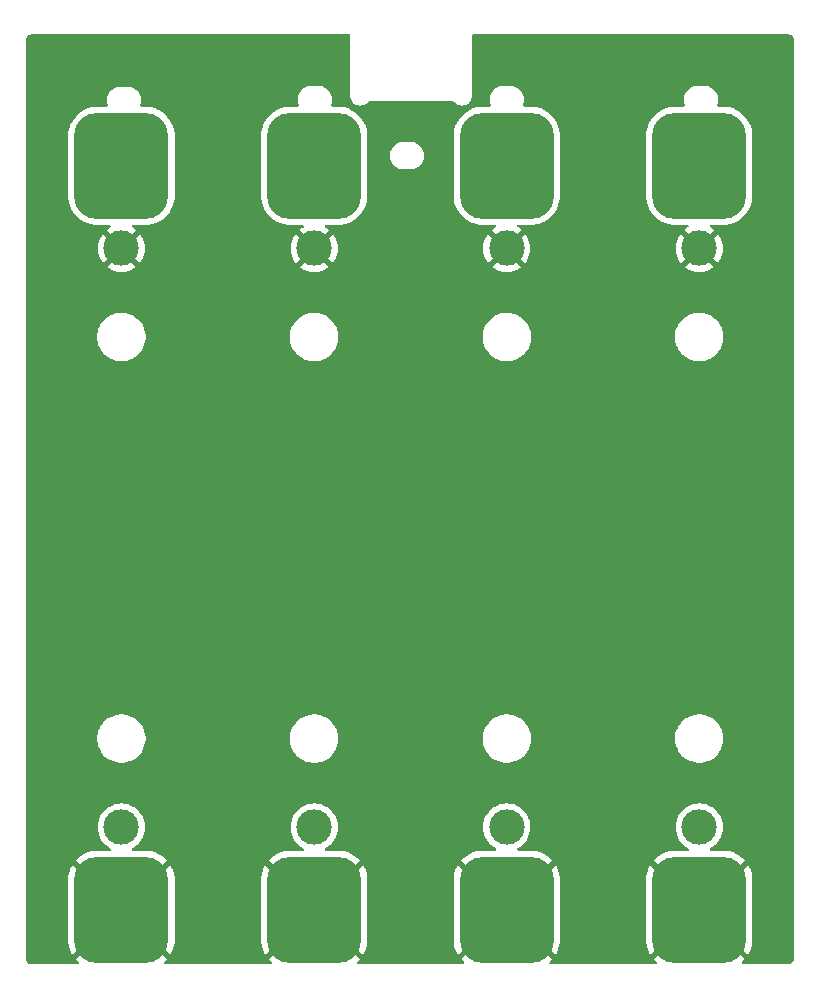
<source format=gbr>
%TF.GenerationSoftware,KiCad,Pcbnew,8.0.6-8.0.6-0~ubuntu24.04.1*%
%TF.CreationDate,2024-11-07T20:30:54+01:00*%
%TF.ProjectId,NIMH-battery-charger,4e494d48-2d62-4617-9474-6572792d6368,rev?*%
%TF.SameCoordinates,Original*%
%TF.FileFunction,Copper,L1,Top*%
%TF.FilePolarity,Positive*%
%FSLAX46Y46*%
G04 Gerber Fmt 4.6, Leading zero omitted, Abs format (unit mm)*
G04 Created by KiCad (PCBNEW 8.0.6-8.0.6-0~ubuntu24.04.1) date 2024-11-07 20:30:54*
%MOMM*%
%LPD*%
G01*
G04 APERTURE LIST*
G04 Aperture macros list*
%AMRoundRect*
0 Rectangle with rounded corners*
0 $1 Rounding radius*
0 $2 $3 $4 $5 $6 $7 $8 $9 X,Y pos of 4 corners*
0 Add a 4 corners polygon primitive as box body*
4,1,4,$2,$3,$4,$5,$6,$7,$8,$9,$2,$3,0*
0 Add four circle primitives for the rounded corners*
1,1,$1+$1,$2,$3*
1,1,$1+$1,$4,$5*
1,1,$1+$1,$6,$7*
1,1,$1+$1,$8,$9*
0 Add four rect primitives between the rounded corners*
20,1,$1+$1,$2,$3,$4,$5,0*
20,1,$1+$1,$4,$5,$6,$7,0*
20,1,$1+$1,$6,$7,$8,$9,0*
20,1,$1+$1,$8,$9,$2,$3,0*%
G04 Aperture macros list end*
%TA.AperFunction,SMDPad,CuDef*%
%ADD10RoundRect,2.000000X-2.000000X-2.500000X2.000000X-2.500000X2.000000X2.500000X-2.000000X2.500000X0*%
%TD*%
%TA.AperFunction,ComponentPad*%
%ADD11C,3.000000*%
%TD*%
%TA.AperFunction,ComponentPad*%
%ADD12O,1.100000X2.100000*%
%TD*%
%TA.AperFunction,ComponentPad*%
%ADD13O,1.100000X1.700000*%
%TD*%
G04 APERTURE END LIST*
D10*
%TO.P,BT2,1,+*%
%TO.N,/ADC2*%
X129400000Y-55700000D03*
D11*
X129400000Y-111700000D03*
%TO.P,BT2,2,-*%
%TO.N,GND*%
X129400000Y-62700000D03*
D10*
X129400000Y-118700000D03*
%TD*%
%TO.P,BT4,1,+*%
%TO.N,/ADC4*%
X162000000Y-55695000D03*
D11*
X162000000Y-111695000D03*
%TO.P,BT4,2,-*%
%TO.N,GND*%
X162000000Y-62695000D03*
D10*
X162000000Y-118695000D03*
%TD*%
%TO.P,BT3,1,+*%
%TO.N,/ADC3*%
X145700000Y-55695000D03*
D11*
X145700000Y-111695000D03*
%TO.P,BT3,2,-*%
%TO.N,GND*%
X145700000Y-62695000D03*
D10*
X145700000Y-118695000D03*
%TD*%
%TO.P,BT1,1,+*%
%TO.N,/ADC1*%
X113075000Y-55695000D03*
D11*
X113075000Y-111695000D03*
%TO.P,BT1,2,-*%
%TO.N,GND*%
X113075000Y-62695000D03*
D10*
X113075000Y-118695000D03*
%TD*%
D12*
%TO.P,J7,S1,SHIELD*%
%TO.N,GND*%
X131950000Y-45620000D03*
D13*
X131950000Y-49620000D03*
D12*
X143230000Y-45610000D03*
D13*
X143230000Y-49620000D03*
%TD*%
%TA.AperFunction,Conductor*%
%TO.N,GND*%
G36*
X132392501Y-44560387D02*
G01*
X132438276Y-44613174D01*
X132449500Y-44664727D01*
X132449500Y-49694108D01*
X132449500Y-49760000D01*
X132449500Y-49849391D01*
X132486671Y-50024267D01*
X132559388Y-50187593D01*
X132664474Y-50332230D01*
X132664475Y-50332231D01*
X132664476Y-50332232D01*
X132664478Y-50332235D01*
X132705765Y-50369409D01*
X132797335Y-50451859D01*
X132952165Y-50541250D01*
X132952167Y-50541250D01*
X132952170Y-50541252D01*
X133037181Y-50568873D01*
X133122197Y-50596497D01*
X133300000Y-50615185D01*
X133477803Y-50596497D01*
X133647835Y-50541250D01*
X133802665Y-50451859D01*
X133935526Y-50332230D01*
X133950504Y-50311613D01*
X134005834Y-50268949D01*
X134050822Y-50260500D01*
X141149178Y-50260500D01*
X141216217Y-50280185D01*
X141249496Y-50311614D01*
X141264475Y-50332231D01*
X141277707Y-50344145D01*
X141397335Y-50451859D01*
X141552165Y-50541250D01*
X141552167Y-50541250D01*
X141552170Y-50541252D01*
X141637181Y-50568873D01*
X141722197Y-50596497D01*
X141900000Y-50615185D01*
X142077803Y-50596497D01*
X142247835Y-50541250D01*
X142402665Y-50451859D01*
X142506741Y-50358148D01*
X142535521Y-50332235D01*
X142535521Y-50332233D01*
X142535526Y-50332230D01*
X142640612Y-50187593D01*
X142713329Y-50024267D01*
X142750500Y-49849391D01*
X142750500Y-49760000D01*
X142750500Y-49694108D01*
X142750500Y-44664727D01*
X142770185Y-44597689D01*
X142822989Y-44551934D01*
X142874543Y-44540728D01*
X169425634Y-44550471D01*
X169426040Y-44550500D01*
X169434108Y-44550500D01*
X169493038Y-44550500D01*
X169506922Y-44551280D01*
X169517141Y-44552431D01*
X169597266Y-44561459D01*
X169624331Y-44567636D01*
X169703540Y-44595352D01*
X169728553Y-44607398D01*
X169799606Y-44652043D01*
X169821313Y-44669355D01*
X169880644Y-44728686D01*
X169897957Y-44750395D01*
X169942600Y-44821444D01*
X169954648Y-44846462D01*
X169982362Y-44925666D01*
X169988540Y-44952735D01*
X169998720Y-45043076D01*
X169999500Y-45056961D01*
X169999500Y-45121988D01*
X169999502Y-45122033D01*
X170002392Y-122795934D01*
X170001612Y-122809822D01*
X169991434Y-122900158D01*
X169985256Y-122927229D01*
X169957542Y-123006433D01*
X169945494Y-123031451D01*
X169900851Y-123102500D01*
X169883538Y-123124209D01*
X169824209Y-123183538D01*
X169802500Y-123200851D01*
X169731451Y-123245494D01*
X169706433Y-123257542D01*
X169627229Y-123285256D01*
X169600158Y-123291434D01*
X169509820Y-123301612D01*
X169495937Y-123302392D01*
X169429410Y-123302392D01*
X169429394Y-123302393D01*
X165724262Y-123302393D01*
X165657223Y-123282708D01*
X165611468Y-123229904D01*
X165601524Y-123160746D01*
X165630549Y-123097190D01*
X165648262Y-123080413D01*
X165656548Y-123073985D01*
X165840990Y-122889542D01*
X162000000Y-119048553D01*
X158159008Y-122889543D01*
X158343446Y-123073981D01*
X158351738Y-123080413D01*
X158392645Y-123137056D01*
X158396435Y-123206822D01*
X158361905Y-123267563D01*
X158300017Y-123299993D01*
X158275738Y-123302393D01*
X149424262Y-123302393D01*
X149357223Y-123282708D01*
X149311468Y-123229904D01*
X149301524Y-123160746D01*
X149330549Y-123097190D01*
X149348262Y-123080413D01*
X149356548Y-123073985D01*
X149540990Y-122889542D01*
X145700000Y-119048553D01*
X141859008Y-122889543D01*
X142043446Y-123073981D01*
X142051738Y-123080413D01*
X142092645Y-123137056D01*
X142096435Y-123206822D01*
X142061905Y-123267563D01*
X142000017Y-123299993D01*
X141975738Y-123302393D01*
X133130708Y-123302393D01*
X133063669Y-123282708D01*
X133017914Y-123229904D01*
X133007970Y-123160746D01*
X133036995Y-123097190D01*
X133054709Y-123080413D01*
X133056545Y-123078988D01*
X133240990Y-122894542D01*
X129400000Y-119053553D01*
X125559009Y-122894543D01*
X125743450Y-123078985D01*
X125745291Y-123080413D01*
X125745679Y-123080950D01*
X125746374Y-123081563D01*
X125746235Y-123081720D01*
X125786199Y-123137055D01*
X125789989Y-123206822D01*
X125755459Y-123267562D01*
X125693572Y-123299993D01*
X125669292Y-123302393D01*
X116799262Y-123302393D01*
X116732223Y-123282708D01*
X116686468Y-123229904D01*
X116676524Y-123160746D01*
X116705549Y-123097190D01*
X116723262Y-123080413D01*
X116731548Y-123073985D01*
X116915990Y-122889542D01*
X113075000Y-119048553D01*
X109234008Y-122889543D01*
X109418446Y-123073981D01*
X109426738Y-123080413D01*
X109467645Y-123137056D01*
X109471435Y-123206822D01*
X109436905Y-123267563D01*
X109375017Y-123299993D01*
X109350738Y-123302393D01*
X105570606Y-123302393D01*
X105570590Y-123302392D01*
X105504062Y-123302392D01*
X105490179Y-123301612D01*
X105399841Y-123291434D01*
X105372770Y-123285256D01*
X105293566Y-123257542D01*
X105268548Y-123245494D01*
X105197499Y-123200851D01*
X105175790Y-123183538D01*
X105116461Y-123124209D01*
X105099148Y-123102500D01*
X105086091Y-123081720D01*
X105054504Y-123031449D01*
X105042457Y-123006433D01*
X105014743Y-122927229D01*
X105008565Y-122900159D01*
X105008565Y-122900158D01*
X104998386Y-122809811D01*
X104997607Y-122795943D01*
X104998469Y-116090179D01*
X108575000Y-116090179D01*
X108575000Y-121299820D01*
X108581173Y-121430733D01*
X108581173Y-121430738D01*
X108630382Y-121741433D01*
X108630384Y-121741441D01*
X108718145Y-122043514D01*
X108843079Y-122332221D01*
X108843081Y-122332225D01*
X108932693Y-122483751D01*
X108932694Y-122483752D01*
X112721447Y-118695000D01*
X112721446Y-118694999D01*
X113428553Y-118694999D01*
X113428553Y-118695000D01*
X117217304Y-122483752D01*
X117306918Y-122332225D01*
X117306920Y-122332221D01*
X117431854Y-122043514D01*
X117519615Y-121741441D01*
X117519617Y-121741433D01*
X117568826Y-121430738D01*
X117568826Y-121430733D01*
X117575000Y-121299820D01*
X117575000Y-116095179D01*
X124900000Y-116095179D01*
X124900000Y-121304820D01*
X124906173Y-121435733D01*
X124906173Y-121435738D01*
X124955382Y-121746433D01*
X124955384Y-121746441D01*
X125043145Y-122048514D01*
X125168079Y-122337221D01*
X125168081Y-122337225D01*
X125257693Y-122488751D01*
X125257694Y-122488752D01*
X129046447Y-118700000D01*
X129046447Y-118699999D01*
X129753553Y-118699999D01*
X129753553Y-118700001D01*
X133542304Y-122488752D01*
X133631918Y-122337225D01*
X133631920Y-122337221D01*
X133756854Y-122048514D01*
X133844615Y-121746441D01*
X133844617Y-121746433D01*
X133893826Y-121435738D01*
X133893826Y-121435733D01*
X133900000Y-121304820D01*
X133900000Y-116095179D01*
X133899764Y-116090179D01*
X141200000Y-116090179D01*
X141200000Y-121299820D01*
X141206173Y-121430733D01*
X141206173Y-121430738D01*
X141255382Y-121741433D01*
X141255384Y-121741441D01*
X141343145Y-122043514D01*
X141468079Y-122332221D01*
X141468081Y-122332225D01*
X141557693Y-122483751D01*
X141557694Y-122483752D01*
X145346447Y-118695000D01*
X145346446Y-118694999D01*
X146053553Y-118694999D01*
X146053553Y-118695001D01*
X149842304Y-122483752D01*
X149931918Y-122332225D01*
X149931920Y-122332221D01*
X150056854Y-122043514D01*
X150144615Y-121741441D01*
X150144617Y-121741433D01*
X150193826Y-121430738D01*
X150193826Y-121430733D01*
X150200000Y-121299820D01*
X150200000Y-116090179D01*
X157500000Y-116090179D01*
X157500000Y-121299820D01*
X157506173Y-121430733D01*
X157506173Y-121430738D01*
X157555382Y-121741433D01*
X157555384Y-121741441D01*
X157643145Y-122043514D01*
X157768079Y-122332221D01*
X157768081Y-122332225D01*
X157857693Y-122483751D01*
X157857694Y-122483752D01*
X161646447Y-118695000D01*
X161646447Y-118694999D01*
X162353553Y-118694999D01*
X162353553Y-118695001D01*
X166142304Y-122483752D01*
X166231918Y-122332225D01*
X166231920Y-122332221D01*
X166356854Y-122043514D01*
X166444615Y-121741441D01*
X166444617Y-121741433D01*
X166493826Y-121430738D01*
X166493826Y-121430733D01*
X166500000Y-121299820D01*
X166500000Y-116090179D01*
X166493826Y-115959266D01*
X166493826Y-115959261D01*
X166444617Y-115648566D01*
X166444615Y-115648558D01*
X166356854Y-115346485D01*
X166231920Y-115057778D01*
X166231918Y-115057774D01*
X166142304Y-114906246D01*
X162353553Y-118694999D01*
X161646447Y-118694999D01*
X157857694Y-114906246D01*
X157857693Y-114906247D01*
X157768085Y-115057768D01*
X157768079Y-115057779D01*
X157643145Y-115346485D01*
X157555384Y-115648558D01*
X157555382Y-115648566D01*
X157506173Y-115959261D01*
X157506173Y-115959266D01*
X157500000Y-116090179D01*
X150200000Y-116090179D01*
X150193826Y-115959266D01*
X150193826Y-115959261D01*
X150144617Y-115648566D01*
X150144615Y-115648558D01*
X150056854Y-115346485D01*
X149931920Y-115057778D01*
X149931918Y-115057774D01*
X149842304Y-114906246D01*
X146053553Y-118694999D01*
X145346446Y-118694999D01*
X141557694Y-114906247D01*
X141557693Y-114906247D01*
X141468085Y-115057768D01*
X141468079Y-115057779D01*
X141343145Y-115346485D01*
X141255384Y-115648558D01*
X141255382Y-115648566D01*
X141206173Y-115959261D01*
X141206173Y-115959266D01*
X141200000Y-116090179D01*
X133899764Y-116090179D01*
X133893826Y-115964266D01*
X133893826Y-115964261D01*
X133844617Y-115653566D01*
X133844615Y-115653558D01*
X133756854Y-115351485D01*
X133631920Y-115062778D01*
X133631918Y-115062774D01*
X133542304Y-114911246D01*
X129753553Y-118699999D01*
X129046447Y-118699999D01*
X125257694Y-114911246D01*
X125257693Y-114911247D01*
X125168085Y-115062768D01*
X125168079Y-115062779D01*
X125043145Y-115351485D01*
X124955384Y-115653558D01*
X124955382Y-115653566D01*
X124906173Y-115964261D01*
X124906173Y-115964266D01*
X124900000Y-116095179D01*
X117575000Y-116095179D01*
X117575000Y-116090179D01*
X117568826Y-115959266D01*
X117568826Y-115959261D01*
X117519617Y-115648566D01*
X117519615Y-115648558D01*
X117431854Y-115346485D01*
X117306920Y-115057778D01*
X117306918Y-115057774D01*
X117217304Y-114906246D01*
X113428553Y-118694999D01*
X112721446Y-118694999D01*
X108932694Y-114906247D01*
X108932693Y-114906247D01*
X108843085Y-115057768D01*
X108843079Y-115057779D01*
X108718145Y-115346485D01*
X108630384Y-115648558D01*
X108630382Y-115648566D01*
X108581173Y-115959261D01*
X108581173Y-115959266D01*
X108575000Y-116090179D01*
X104998469Y-116090179D01*
X104998673Y-114500455D01*
X109234009Y-114500455D01*
X109234009Y-114500456D01*
X113075000Y-118341447D01*
X116910992Y-114505455D01*
X125559009Y-114505455D01*
X125559009Y-114505456D01*
X129399999Y-118346446D01*
X133240990Y-114505456D01*
X133240990Y-114505455D01*
X133235990Y-114500455D01*
X141859009Y-114500455D01*
X141859009Y-114500456D01*
X145700000Y-118341447D01*
X149540990Y-114500457D01*
X149540990Y-114500455D01*
X158159009Y-114500455D01*
X158159009Y-114500456D01*
X162000000Y-118341447D01*
X165840990Y-114500457D01*
X165840990Y-114500455D01*
X165656552Y-114316017D01*
X165407988Y-114123211D01*
X165407989Y-114123211D01*
X165137225Y-113963081D01*
X165137221Y-113963079D01*
X164848514Y-113838145D01*
X164546441Y-113750384D01*
X164546433Y-113750382D01*
X164235735Y-113701173D01*
X164104820Y-113695000D01*
X162997341Y-113695000D01*
X162930302Y-113675315D01*
X162884547Y-113622511D01*
X162874603Y-113553353D01*
X162903628Y-113489797D01*
X162937914Y-113462168D01*
X163042493Y-113405062D01*
X163084315Y-113382226D01*
X163313395Y-113210739D01*
X163515739Y-113008395D01*
X163687226Y-112779315D01*
X163824367Y-112528161D01*
X163924369Y-112260046D01*
X163985196Y-111980428D01*
X164005610Y-111695000D01*
X163985196Y-111409572D01*
X163925458Y-111134962D01*
X163924371Y-111129962D01*
X163924370Y-111129960D01*
X163924369Y-111129954D01*
X163824367Y-110861839D01*
X163687226Y-110610685D01*
X163687224Y-110610682D01*
X163515745Y-110381612D01*
X163515729Y-110381594D01*
X163313405Y-110179270D01*
X163313387Y-110179254D01*
X163084317Y-110007775D01*
X163084309Y-110007770D01*
X162833166Y-109870635D01*
X162833167Y-109870635D01*
X162578443Y-109775628D01*
X162565046Y-109770631D01*
X162565043Y-109770630D01*
X162565037Y-109770628D01*
X162285433Y-109709804D01*
X162000001Y-109689390D01*
X161999999Y-109689390D01*
X161714566Y-109709804D01*
X161434962Y-109770628D01*
X161166833Y-109870635D01*
X160915690Y-110007770D01*
X160915682Y-110007775D01*
X160686612Y-110179254D01*
X160686594Y-110179270D01*
X160484270Y-110381594D01*
X160484254Y-110381612D01*
X160312775Y-110610682D01*
X160312770Y-110610690D01*
X160175635Y-110861833D01*
X160075628Y-111129962D01*
X160014804Y-111409566D01*
X159994390Y-111694998D01*
X159994390Y-111695001D01*
X160014804Y-111980433D01*
X160075628Y-112260037D01*
X160175635Y-112528166D01*
X160312770Y-112779309D01*
X160312775Y-112779317D01*
X160484254Y-113008387D01*
X160484270Y-113008405D01*
X160686594Y-113210729D01*
X160686612Y-113210745D01*
X160915682Y-113382224D01*
X160915690Y-113382229D01*
X161062086Y-113462168D01*
X161111491Y-113511573D01*
X161126343Y-113579846D01*
X161101926Y-113645311D01*
X161045992Y-113687182D01*
X161002659Y-113695000D01*
X159895180Y-113695000D01*
X159764266Y-113701173D01*
X159764261Y-113701173D01*
X159453566Y-113750382D01*
X159453558Y-113750384D01*
X159151485Y-113838145D01*
X158862778Y-113963079D01*
X158862774Y-113963081D01*
X158592011Y-114123211D01*
X158343447Y-114316017D01*
X158159009Y-114500455D01*
X149540990Y-114500455D01*
X149356552Y-114316017D01*
X149107988Y-114123211D01*
X149107989Y-114123211D01*
X148837225Y-113963081D01*
X148837221Y-113963079D01*
X148548514Y-113838145D01*
X148246441Y-113750384D01*
X148246433Y-113750382D01*
X147935735Y-113701173D01*
X147804820Y-113695000D01*
X146697341Y-113695000D01*
X146630302Y-113675315D01*
X146584547Y-113622511D01*
X146574603Y-113553353D01*
X146603628Y-113489797D01*
X146637914Y-113462168D01*
X146742493Y-113405062D01*
X146784315Y-113382226D01*
X147013395Y-113210739D01*
X147215739Y-113008395D01*
X147387226Y-112779315D01*
X147524367Y-112528161D01*
X147624369Y-112260046D01*
X147685196Y-111980428D01*
X147705610Y-111695000D01*
X147685196Y-111409572D01*
X147625458Y-111134962D01*
X147624371Y-111129962D01*
X147624370Y-111129960D01*
X147624369Y-111129954D01*
X147524367Y-110861839D01*
X147387226Y-110610685D01*
X147387224Y-110610682D01*
X147215745Y-110381612D01*
X147215729Y-110381594D01*
X147013405Y-110179270D01*
X147013387Y-110179254D01*
X146784317Y-110007775D01*
X146784309Y-110007770D01*
X146533166Y-109870635D01*
X146533167Y-109870635D01*
X146278443Y-109775628D01*
X146265046Y-109770631D01*
X146265043Y-109770630D01*
X146265037Y-109770628D01*
X145985433Y-109709804D01*
X145700001Y-109689390D01*
X145699999Y-109689390D01*
X145414566Y-109709804D01*
X145134962Y-109770628D01*
X144866833Y-109870635D01*
X144615690Y-110007770D01*
X144615682Y-110007775D01*
X144386612Y-110179254D01*
X144386594Y-110179270D01*
X144184270Y-110381594D01*
X144184254Y-110381612D01*
X144012775Y-110610682D01*
X144012770Y-110610690D01*
X143875635Y-110861833D01*
X143775628Y-111129962D01*
X143714804Y-111409566D01*
X143694390Y-111694998D01*
X143694390Y-111695001D01*
X143714804Y-111980433D01*
X143775628Y-112260037D01*
X143875635Y-112528166D01*
X144012770Y-112779309D01*
X144012775Y-112779317D01*
X144184254Y-113008387D01*
X144184270Y-113008405D01*
X144386594Y-113210729D01*
X144386612Y-113210745D01*
X144615682Y-113382224D01*
X144615690Y-113382229D01*
X144762086Y-113462168D01*
X144811491Y-113511573D01*
X144826343Y-113579846D01*
X144801926Y-113645311D01*
X144745992Y-113687182D01*
X144702659Y-113695000D01*
X143595180Y-113695000D01*
X143464266Y-113701173D01*
X143464261Y-113701173D01*
X143153566Y-113750382D01*
X143153558Y-113750384D01*
X142851485Y-113838145D01*
X142562778Y-113963079D01*
X142562774Y-113963081D01*
X142292011Y-114123211D01*
X142043447Y-114316017D01*
X141859009Y-114500455D01*
X133235990Y-114500455D01*
X133056551Y-114321016D01*
X132807988Y-114128211D01*
X132807989Y-114128211D01*
X132537225Y-113968081D01*
X132537221Y-113968079D01*
X132248514Y-113843145D01*
X131946441Y-113755384D01*
X131946433Y-113755382D01*
X131635735Y-113706173D01*
X131504820Y-113700000D01*
X130397341Y-113700000D01*
X130330302Y-113680315D01*
X130284547Y-113627511D01*
X130274603Y-113558353D01*
X130303628Y-113494797D01*
X130337914Y-113467168D01*
X130442493Y-113410062D01*
X130484315Y-113387226D01*
X130713395Y-113215739D01*
X130915739Y-113013395D01*
X131087226Y-112784315D01*
X131224367Y-112533161D01*
X131324369Y-112265046D01*
X131385196Y-111985428D01*
X131405610Y-111700000D01*
X131405252Y-111695001D01*
X131401519Y-111642808D01*
X131385196Y-111414572D01*
X131384108Y-111409572D01*
X131324371Y-111134962D01*
X131324370Y-111134960D01*
X131324369Y-111134954D01*
X131224367Y-110866839D01*
X131087226Y-110615685D01*
X131083481Y-110610682D01*
X130915745Y-110386612D01*
X130915729Y-110386594D01*
X130713405Y-110184270D01*
X130713387Y-110184254D01*
X130484317Y-110012775D01*
X130484309Y-110012770D01*
X130233166Y-109875635D01*
X130233167Y-109875635D01*
X130125915Y-109835632D01*
X129965046Y-109775631D01*
X129965043Y-109775630D01*
X129965037Y-109775628D01*
X129685433Y-109714804D01*
X129400001Y-109694390D01*
X129399999Y-109694390D01*
X129114566Y-109714804D01*
X128834962Y-109775628D01*
X128566833Y-109875635D01*
X128315690Y-110012770D01*
X128315682Y-110012775D01*
X128086612Y-110184254D01*
X128086594Y-110184270D01*
X127884270Y-110386594D01*
X127884254Y-110386612D01*
X127712775Y-110615682D01*
X127712770Y-110615690D01*
X127575635Y-110866833D01*
X127475628Y-111134962D01*
X127414804Y-111414566D01*
X127394390Y-111699998D01*
X127394390Y-111700001D01*
X127414804Y-111985433D01*
X127475628Y-112265037D01*
X127575635Y-112533166D01*
X127712770Y-112784309D01*
X127712775Y-112784317D01*
X127884254Y-113013387D01*
X127884270Y-113013405D01*
X128086594Y-113215729D01*
X128086612Y-113215745D01*
X128315682Y-113387224D01*
X128315690Y-113387229D01*
X128462086Y-113467168D01*
X128511491Y-113516573D01*
X128526343Y-113584846D01*
X128501926Y-113650311D01*
X128445992Y-113692182D01*
X128402659Y-113700000D01*
X127295180Y-113700000D01*
X127164266Y-113706173D01*
X127164261Y-113706173D01*
X126853566Y-113755382D01*
X126853558Y-113755384D01*
X126551485Y-113843145D01*
X126262778Y-113968079D01*
X126262774Y-113968081D01*
X125992011Y-114128211D01*
X125743447Y-114321017D01*
X125559009Y-114505455D01*
X116910992Y-114505455D01*
X116915990Y-114500457D01*
X116915990Y-114500455D01*
X116731552Y-114316017D01*
X116482988Y-114123211D01*
X116482989Y-114123211D01*
X116212225Y-113963081D01*
X116212221Y-113963079D01*
X115923514Y-113838145D01*
X115621441Y-113750384D01*
X115621433Y-113750382D01*
X115310735Y-113701173D01*
X115179820Y-113695000D01*
X114072341Y-113695000D01*
X114005302Y-113675315D01*
X113959547Y-113622511D01*
X113949603Y-113553353D01*
X113978628Y-113489797D01*
X114012914Y-113462168D01*
X114117493Y-113405062D01*
X114159315Y-113382226D01*
X114388395Y-113210739D01*
X114590739Y-113008395D01*
X114762226Y-112779315D01*
X114899367Y-112528161D01*
X114999369Y-112260046D01*
X115060196Y-111980428D01*
X115080610Y-111695000D01*
X115060196Y-111409572D01*
X115000458Y-111134962D01*
X114999371Y-111129962D01*
X114999370Y-111129960D01*
X114999369Y-111129954D01*
X114899367Y-110861839D01*
X114762226Y-110610685D01*
X114762224Y-110610682D01*
X114590745Y-110381612D01*
X114590729Y-110381594D01*
X114388405Y-110179270D01*
X114388387Y-110179254D01*
X114159317Y-110007775D01*
X114159309Y-110007770D01*
X113908166Y-109870635D01*
X113908167Y-109870635D01*
X113653443Y-109775628D01*
X113640046Y-109770631D01*
X113640043Y-109770630D01*
X113640037Y-109770628D01*
X113360433Y-109709804D01*
X113075001Y-109689390D01*
X113074999Y-109689390D01*
X112789566Y-109709804D01*
X112509962Y-109770628D01*
X112241833Y-109870635D01*
X111990690Y-110007770D01*
X111990682Y-110007775D01*
X111761612Y-110179254D01*
X111761594Y-110179270D01*
X111559270Y-110381594D01*
X111559254Y-110381612D01*
X111387775Y-110610682D01*
X111387770Y-110610690D01*
X111250635Y-110861833D01*
X111150628Y-111129962D01*
X111089804Y-111409566D01*
X111069390Y-111694998D01*
X111069390Y-111695001D01*
X111089804Y-111980433D01*
X111150628Y-112260037D01*
X111250635Y-112528166D01*
X111387770Y-112779309D01*
X111387775Y-112779317D01*
X111559254Y-113008387D01*
X111559270Y-113008405D01*
X111761594Y-113210729D01*
X111761612Y-113210745D01*
X111990682Y-113382224D01*
X111990690Y-113382229D01*
X112137086Y-113462168D01*
X112186491Y-113511573D01*
X112201343Y-113579846D01*
X112176926Y-113645311D01*
X112120992Y-113687182D01*
X112077659Y-113695000D01*
X110970180Y-113695000D01*
X110839266Y-113701173D01*
X110839261Y-113701173D01*
X110528566Y-113750382D01*
X110528558Y-113750384D01*
X110226485Y-113838145D01*
X109937778Y-113963079D01*
X109937774Y-113963081D01*
X109667011Y-114123211D01*
X109418447Y-114316017D01*
X109234009Y-114500455D01*
X104998673Y-114500455D01*
X105000016Y-104060602D01*
X111024500Y-104060602D01*
X111024500Y-104329397D01*
X111059582Y-104595880D01*
X111059583Y-104595885D01*
X111059584Y-104595891D01*
X111094368Y-104725708D01*
X111129152Y-104855524D01*
X111232011Y-105103850D01*
X111232019Y-105103866D01*
X111312830Y-105243832D01*
X111366413Y-105336641D01*
X111366415Y-105336644D01*
X111366416Y-105336645D01*
X111530042Y-105549888D01*
X111530048Y-105549895D01*
X111720104Y-105739951D01*
X111720111Y-105739957D01*
X111726626Y-105744956D01*
X111933359Y-105903587D01*
X112082968Y-105989964D01*
X112166133Y-106037980D01*
X112166149Y-106037988D01*
X112321008Y-106102132D01*
X112414474Y-106140847D01*
X112674109Y-106210416D01*
X112862319Y-106235193D01*
X112940602Y-106245500D01*
X112940603Y-106245500D01*
X113209398Y-106245500D01*
X113269905Y-106237534D01*
X113475891Y-106210416D01*
X113735526Y-106140847D01*
X113922457Y-106063417D01*
X113983850Y-106037988D01*
X113983853Y-106037986D01*
X113983859Y-106037984D01*
X114216641Y-105903587D01*
X114429890Y-105739956D01*
X114619956Y-105549890D01*
X114783587Y-105336641D01*
X114917984Y-105103859D01*
X115020847Y-104855526D01*
X115090416Y-104595891D01*
X115125500Y-104329397D01*
X115125500Y-104065602D01*
X127349500Y-104065602D01*
X127349500Y-104334397D01*
X127384582Y-104600880D01*
X127384583Y-104600885D01*
X127384584Y-104600891D01*
X127384585Y-104600893D01*
X127454152Y-104860524D01*
X127557011Y-105108850D01*
X127557019Y-105108866D01*
X127637830Y-105248832D01*
X127691413Y-105341641D01*
X127691415Y-105341644D01*
X127691416Y-105341645D01*
X127855042Y-105554888D01*
X127855048Y-105554895D01*
X128045104Y-105744951D01*
X128045110Y-105744956D01*
X128258359Y-105908587D01*
X128407968Y-105994964D01*
X128491133Y-106042980D01*
X128491149Y-106042988D01*
X128646008Y-106107132D01*
X128739474Y-106145847D01*
X128999109Y-106215416D01*
X129187319Y-106240193D01*
X129265602Y-106250500D01*
X129265603Y-106250500D01*
X129534398Y-106250500D01*
X129594905Y-106242534D01*
X129800891Y-106215416D01*
X130060526Y-106145847D01*
X130247457Y-106068417D01*
X130308850Y-106042988D01*
X130308853Y-106042986D01*
X130308859Y-106042984D01*
X130541641Y-105908587D01*
X130754890Y-105744956D01*
X130944956Y-105554890D01*
X131108587Y-105341641D01*
X131242984Y-105108859D01*
X131345847Y-104860526D01*
X131415416Y-104600891D01*
X131450500Y-104334397D01*
X131450500Y-104065603D01*
X131449842Y-104060602D01*
X143649500Y-104060602D01*
X143649500Y-104329397D01*
X143684582Y-104595880D01*
X143684583Y-104595885D01*
X143684584Y-104595891D01*
X143719368Y-104725708D01*
X143754152Y-104855524D01*
X143857011Y-105103850D01*
X143857019Y-105103866D01*
X143937830Y-105243832D01*
X143991413Y-105336641D01*
X143991415Y-105336644D01*
X143991416Y-105336645D01*
X144155042Y-105549888D01*
X144155048Y-105549895D01*
X144345104Y-105739951D01*
X144345111Y-105739957D01*
X144351626Y-105744956D01*
X144558359Y-105903587D01*
X144707968Y-105989964D01*
X144791133Y-106037980D01*
X144791149Y-106037988D01*
X144946008Y-106102132D01*
X145039474Y-106140847D01*
X145299109Y-106210416D01*
X145487319Y-106235193D01*
X145565602Y-106245500D01*
X145565603Y-106245500D01*
X145834398Y-106245500D01*
X145894905Y-106237534D01*
X146100891Y-106210416D01*
X146360526Y-106140847D01*
X146547457Y-106063417D01*
X146608850Y-106037988D01*
X146608853Y-106037986D01*
X146608859Y-106037984D01*
X146841641Y-105903587D01*
X147054890Y-105739956D01*
X147244956Y-105549890D01*
X147408587Y-105336641D01*
X147542984Y-105103859D01*
X147645847Y-104855526D01*
X147715416Y-104595891D01*
X147750500Y-104329397D01*
X147750500Y-104060603D01*
X147750500Y-104060602D01*
X159949500Y-104060602D01*
X159949500Y-104329397D01*
X159984582Y-104595880D01*
X159984583Y-104595885D01*
X159984584Y-104595891D01*
X160019368Y-104725708D01*
X160054152Y-104855524D01*
X160157011Y-105103850D01*
X160157019Y-105103866D01*
X160237830Y-105243832D01*
X160291413Y-105336641D01*
X160291415Y-105336644D01*
X160291416Y-105336645D01*
X160455042Y-105549888D01*
X160455048Y-105549895D01*
X160645104Y-105739951D01*
X160645111Y-105739957D01*
X160651626Y-105744956D01*
X160858359Y-105903587D01*
X161007968Y-105989964D01*
X161091133Y-106037980D01*
X161091149Y-106037988D01*
X161246008Y-106102132D01*
X161339474Y-106140847D01*
X161599109Y-106210416D01*
X161787319Y-106235193D01*
X161865602Y-106245500D01*
X161865603Y-106245500D01*
X162134398Y-106245500D01*
X162194905Y-106237534D01*
X162400891Y-106210416D01*
X162660526Y-106140847D01*
X162847457Y-106063417D01*
X162908850Y-106037988D01*
X162908853Y-106037986D01*
X162908859Y-106037984D01*
X163141641Y-105903587D01*
X163354890Y-105739956D01*
X163544956Y-105549890D01*
X163708587Y-105336641D01*
X163842984Y-105103859D01*
X163945847Y-104855526D01*
X164015416Y-104595891D01*
X164050500Y-104329397D01*
X164050500Y-104060603D01*
X164015416Y-103794109D01*
X163945847Y-103534474D01*
X163907132Y-103441008D01*
X163842988Y-103286149D01*
X163842980Y-103286133D01*
X163794964Y-103202968D01*
X163708587Y-103053359D01*
X163641084Y-102965387D01*
X163544957Y-102840111D01*
X163544951Y-102840104D01*
X163354895Y-102650048D01*
X163354888Y-102650042D01*
X163141645Y-102486416D01*
X163141644Y-102486415D01*
X163141641Y-102486413D01*
X163048832Y-102432830D01*
X162908866Y-102352019D01*
X162908850Y-102352011D01*
X162660524Y-102249152D01*
X162530708Y-102214368D01*
X162400891Y-102179584D01*
X162400885Y-102179583D01*
X162400880Y-102179582D01*
X162134398Y-102144500D01*
X162134397Y-102144500D01*
X161865603Y-102144500D01*
X161865602Y-102144500D01*
X161599119Y-102179582D01*
X161599112Y-102179583D01*
X161599109Y-102179584D01*
X161544239Y-102194286D01*
X161339475Y-102249152D01*
X161091149Y-102352011D01*
X161091133Y-102352019D01*
X160858354Y-102486416D01*
X160645111Y-102650042D01*
X160645104Y-102650048D01*
X160455048Y-102840104D01*
X160455042Y-102840111D01*
X160291416Y-103053354D01*
X160157019Y-103286133D01*
X160157011Y-103286149D01*
X160054152Y-103534475D01*
X159984585Y-103794106D01*
X159984582Y-103794119D01*
X159949500Y-104060602D01*
X147750500Y-104060602D01*
X147715416Y-103794109D01*
X147645847Y-103534474D01*
X147607132Y-103441008D01*
X147542988Y-103286149D01*
X147542980Y-103286133D01*
X147494964Y-103202968D01*
X147408587Y-103053359D01*
X147341084Y-102965387D01*
X147244957Y-102840111D01*
X147244951Y-102840104D01*
X147054895Y-102650048D01*
X147054888Y-102650042D01*
X146841645Y-102486416D01*
X146841644Y-102486415D01*
X146841641Y-102486413D01*
X146748832Y-102432830D01*
X146608866Y-102352019D01*
X146608850Y-102352011D01*
X146360524Y-102249152D01*
X146230708Y-102214368D01*
X146100891Y-102179584D01*
X146100885Y-102179583D01*
X146100880Y-102179582D01*
X145834398Y-102144500D01*
X145834397Y-102144500D01*
X145565603Y-102144500D01*
X145565602Y-102144500D01*
X145299119Y-102179582D01*
X145299112Y-102179583D01*
X145299109Y-102179584D01*
X145244239Y-102194286D01*
X145039475Y-102249152D01*
X144791149Y-102352011D01*
X144791133Y-102352019D01*
X144558354Y-102486416D01*
X144345111Y-102650042D01*
X144345104Y-102650048D01*
X144155048Y-102840104D01*
X144155042Y-102840111D01*
X143991416Y-103053354D01*
X143857019Y-103286133D01*
X143857011Y-103286149D01*
X143754152Y-103534475D01*
X143684585Y-103794106D01*
X143684582Y-103794119D01*
X143649500Y-104060602D01*
X131449842Y-104060602D01*
X131415416Y-103799109D01*
X131345847Y-103539474D01*
X131307132Y-103446008D01*
X131242988Y-103291149D01*
X131242980Y-103291133D01*
X131194964Y-103207968D01*
X131108587Y-103058359D01*
X130944956Y-102845110D01*
X130944951Y-102845104D01*
X130754895Y-102655048D01*
X130754888Y-102655042D01*
X130541645Y-102491416D01*
X130541644Y-102491415D01*
X130541641Y-102491413D01*
X130448832Y-102437830D01*
X130308866Y-102357019D01*
X130308850Y-102357011D01*
X130060524Y-102254152D01*
X129930708Y-102219368D01*
X129800891Y-102184584D01*
X129800885Y-102184583D01*
X129800880Y-102184582D01*
X129534398Y-102149500D01*
X129534397Y-102149500D01*
X129265603Y-102149500D01*
X129265602Y-102149500D01*
X128999119Y-102184582D01*
X128999112Y-102184583D01*
X128999109Y-102184584D01*
X128944239Y-102199286D01*
X128739475Y-102254152D01*
X128491149Y-102357011D01*
X128491133Y-102357019D01*
X128258354Y-102491416D01*
X128045111Y-102655042D01*
X128045104Y-102655048D01*
X127855048Y-102845104D01*
X127855042Y-102845111D01*
X127691416Y-103058354D01*
X127557019Y-103291133D01*
X127557011Y-103291149D01*
X127454152Y-103539475D01*
X127384585Y-103799106D01*
X127384582Y-103799119D01*
X127349500Y-104065602D01*
X115125500Y-104065602D01*
X115125500Y-104060603D01*
X115090416Y-103794109D01*
X115020847Y-103534474D01*
X114982132Y-103441008D01*
X114917988Y-103286149D01*
X114917980Y-103286133D01*
X114869964Y-103202968D01*
X114783587Y-103053359D01*
X114716084Y-102965387D01*
X114619957Y-102840111D01*
X114619951Y-102840104D01*
X114429895Y-102650048D01*
X114429888Y-102650042D01*
X114216645Y-102486416D01*
X114216644Y-102486415D01*
X114216641Y-102486413D01*
X114123832Y-102432830D01*
X113983866Y-102352019D01*
X113983850Y-102352011D01*
X113735524Y-102249152D01*
X113605708Y-102214368D01*
X113475891Y-102179584D01*
X113475885Y-102179583D01*
X113475880Y-102179582D01*
X113209398Y-102144500D01*
X113209397Y-102144500D01*
X112940603Y-102144500D01*
X112940602Y-102144500D01*
X112674119Y-102179582D01*
X112674112Y-102179583D01*
X112674109Y-102179584D01*
X112619239Y-102194286D01*
X112414475Y-102249152D01*
X112166149Y-102352011D01*
X112166133Y-102352019D01*
X111933354Y-102486416D01*
X111720111Y-102650042D01*
X111720104Y-102650048D01*
X111530048Y-102840104D01*
X111530042Y-102840111D01*
X111366416Y-103053354D01*
X111232019Y-103286133D01*
X111232011Y-103286149D01*
X111129152Y-103534475D01*
X111059585Y-103794106D01*
X111059582Y-103794119D01*
X111024500Y-104060602D01*
X105000016Y-104060602D01*
X105004389Y-70060602D01*
X111024500Y-70060602D01*
X111024500Y-70329397D01*
X111059582Y-70595880D01*
X111059583Y-70595885D01*
X111059584Y-70595891D01*
X111094368Y-70725708D01*
X111129152Y-70855524D01*
X111232011Y-71103850D01*
X111232019Y-71103866D01*
X111312830Y-71243832D01*
X111366413Y-71336641D01*
X111366415Y-71336644D01*
X111366416Y-71336645D01*
X111530042Y-71549888D01*
X111530048Y-71549895D01*
X111720104Y-71739951D01*
X111720111Y-71739957D01*
X111726626Y-71744956D01*
X111933359Y-71903587D01*
X112082968Y-71989964D01*
X112166133Y-72037980D01*
X112166149Y-72037988D01*
X112321008Y-72102132D01*
X112414474Y-72140847D01*
X112674109Y-72210416D01*
X112862319Y-72235193D01*
X112940602Y-72245500D01*
X112940603Y-72245500D01*
X113209398Y-72245500D01*
X113269905Y-72237534D01*
X113475891Y-72210416D01*
X113735526Y-72140847D01*
X113922457Y-72063417D01*
X113983850Y-72037988D01*
X113983853Y-72037986D01*
X113983859Y-72037984D01*
X114216641Y-71903587D01*
X114429890Y-71739956D01*
X114619956Y-71549890D01*
X114783587Y-71336641D01*
X114917984Y-71103859D01*
X115020847Y-70855526D01*
X115090416Y-70595891D01*
X115125500Y-70329397D01*
X115125500Y-70065602D01*
X127349500Y-70065602D01*
X127349500Y-70334397D01*
X127384582Y-70600880D01*
X127384583Y-70600885D01*
X127384584Y-70600891D01*
X127384585Y-70600893D01*
X127454152Y-70860524D01*
X127557011Y-71108850D01*
X127557019Y-71108866D01*
X127637830Y-71248832D01*
X127691413Y-71341641D01*
X127691415Y-71341644D01*
X127691416Y-71341645D01*
X127855042Y-71554888D01*
X127855048Y-71554895D01*
X128045104Y-71744951D01*
X128045110Y-71744956D01*
X128258359Y-71908587D01*
X128407968Y-71994964D01*
X128491133Y-72042980D01*
X128491149Y-72042988D01*
X128646008Y-72107132D01*
X128739474Y-72145847D01*
X128999109Y-72215416D01*
X129187319Y-72240193D01*
X129265602Y-72250500D01*
X129265603Y-72250500D01*
X129534398Y-72250500D01*
X129594905Y-72242534D01*
X129800891Y-72215416D01*
X130060526Y-72145847D01*
X130247457Y-72068417D01*
X130308850Y-72042988D01*
X130308853Y-72042986D01*
X130308859Y-72042984D01*
X130541641Y-71908587D01*
X130754890Y-71744956D01*
X130944956Y-71554890D01*
X131108587Y-71341641D01*
X131242984Y-71108859D01*
X131345847Y-70860526D01*
X131415416Y-70600891D01*
X131450500Y-70334397D01*
X131450500Y-70065603D01*
X131449842Y-70060602D01*
X143649500Y-70060602D01*
X143649500Y-70329397D01*
X143684582Y-70595880D01*
X143684583Y-70595885D01*
X143684584Y-70595891D01*
X143719368Y-70725708D01*
X143754152Y-70855524D01*
X143857011Y-71103850D01*
X143857019Y-71103866D01*
X143937830Y-71243832D01*
X143991413Y-71336641D01*
X143991415Y-71336644D01*
X143991416Y-71336645D01*
X144155042Y-71549888D01*
X144155048Y-71549895D01*
X144345104Y-71739951D01*
X144345111Y-71739957D01*
X144351626Y-71744956D01*
X144558359Y-71903587D01*
X144707968Y-71989964D01*
X144791133Y-72037980D01*
X144791149Y-72037988D01*
X144946008Y-72102132D01*
X145039474Y-72140847D01*
X145299109Y-72210416D01*
X145487319Y-72235193D01*
X145565602Y-72245500D01*
X145565603Y-72245500D01*
X145834398Y-72245500D01*
X145894905Y-72237534D01*
X146100891Y-72210416D01*
X146360526Y-72140847D01*
X146547457Y-72063417D01*
X146608850Y-72037988D01*
X146608853Y-72037986D01*
X146608859Y-72037984D01*
X146841641Y-71903587D01*
X147054890Y-71739956D01*
X147244956Y-71549890D01*
X147408587Y-71336641D01*
X147542984Y-71103859D01*
X147645847Y-70855526D01*
X147715416Y-70595891D01*
X147750500Y-70329397D01*
X147750500Y-70060603D01*
X147750500Y-70060602D01*
X159949500Y-70060602D01*
X159949500Y-70329397D01*
X159984582Y-70595880D01*
X159984583Y-70595885D01*
X159984584Y-70595891D01*
X160019368Y-70725708D01*
X160054152Y-70855524D01*
X160157011Y-71103850D01*
X160157019Y-71103866D01*
X160237830Y-71243832D01*
X160291413Y-71336641D01*
X160291415Y-71336644D01*
X160291416Y-71336645D01*
X160455042Y-71549888D01*
X160455048Y-71549895D01*
X160645104Y-71739951D01*
X160645111Y-71739957D01*
X160651626Y-71744956D01*
X160858359Y-71903587D01*
X161007968Y-71989964D01*
X161091133Y-72037980D01*
X161091149Y-72037988D01*
X161246008Y-72102132D01*
X161339474Y-72140847D01*
X161599109Y-72210416D01*
X161787319Y-72235193D01*
X161865602Y-72245500D01*
X161865603Y-72245500D01*
X162134398Y-72245500D01*
X162194905Y-72237534D01*
X162400891Y-72210416D01*
X162660526Y-72140847D01*
X162847457Y-72063417D01*
X162908850Y-72037988D01*
X162908853Y-72037986D01*
X162908859Y-72037984D01*
X163141641Y-71903587D01*
X163354890Y-71739956D01*
X163544956Y-71549890D01*
X163708587Y-71336641D01*
X163842984Y-71103859D01*
X163945847Y-70855526D01*
X164015416Y-70595891D01*
X164050500Y-70329397D01*
X164050500Y-70060603D01*
X164015416Y-69794109D01*
X163945847Y-69534474D01*
X163907132Y-69441008D01*
X163842988Y-69286149D01*
X163842980Y-69286133D01*
X163794964Y-69202968D01*
X163708587Y-69053359D01*
X163641084Y-68965387D01*
X163544957Y-68840111D01*
X163544951Y-68840104D01*
X163354895Y-68650048D01*
X163354888Y-68650042D01*
X163141645Y-68486416D01*
X163141644Y-68486415D01*
X163141641Y-68486413D01*
X163048832Y-68432830D01*
X162908866Y-68352019D01*
X162908850Y-68352011D01*
X162660524Y-68249152D01*
X162530708Y-68214368D01*
X162400891Y-68179584D01*
X162400885Y-68179583D01*
X162400880Y-68179582D01*
X162134398Y-68144500D01*
X162134397Y-68144500D01*
X161865603Y-68144500D01*
X161865602Y-68144500D01*
X161599119Y-68179582D01*
X161599112Y-68179583D01*
X161599109Y-68179584D01*
X161544239Y-68194286D01*
X161339475Y-68249152D01*
X161091149Y-68352011D01*
X161091133Y-68352019D01*
X160858354Y-68486416D01*
X160645111Y-68650042D01*
X160645104Y-68650048D01*
X160455048Y-68840104D01*
X160455042Y-68840111D01*
X160291416Y-69053354D01*
X160157019Y-69286133D01*
X160157011Y-69286149D01*
X160054152Y-69534475D01*
X159984585Y-69794106D01*
X159984582Y-69794119D01*
X159949500Y-70060602D01*
X147750500Y-70060602D01*
X147715416Y-69794109D01*
X147645847Y-69534474D01*
X147607132Y-69441008D01*
X147542988Y-69286149D01*
X147542980Y-69286133D01*
X147494964Y-69202968D01*
X147408587Y-69053359D01*
X147341084Y-68965387D01*
X147244957Y-68840111D01*
X147244951Y-68840104D01*
X147054895Y-68650048D01*
X147054888Y-68650042D01*
X146841645Y-68486416D01*
X146841644Y-68486415D01*
X146841641Y-68486413D01*
X146748832Y-68432830D01*
X146608866Y-68352019D01*
X146608850Y-68352011D01*
X146360524Y-68249152D01*
X146230708Y-68214368D01*
X146100891Y-68179584D01*
X146100885Y-68179583D01*
X146100880Y-68179582D01*
X145834398Y-68144500D01*
X145834397Y-68144500D01*
X145565603Y-68144500D01*
X145565602Y-68144500D01*
X145299119Y-68179582D01*
X145299112Y-68179583D01*
X145299109Y-68179584D01*
X145244239Y-68194286D01*
X145039475Y-68249152D01*
X144791149Y-68352011D01*
X144791133Y-68352019D01*
X144558354Y-68486416D01*
X144345111Y-68650042D01*
X144345104Y-68650048D01*
X144155048Y-68840104D01*
X144155042Y-68840111D01*
X143991416Y-69053354D01*
X143857019Y-69286133D01*
X143857011Y-69286149D01*
X143754152Y-69534475D01*
X143684585Y-69794106D01*
X143684582Y-69794119D01*
X143649500Y-70060602D01*
X131449842Y-70060602D01*
X131415416Y-69799109D01*
X131345847Y-69539474D01*
X131307132Y-69446008D01*
X131242988Y-69291149D01*
X131242980Y-69291133D01*
X131194964Y-69207968D01*
X131108587Y-69058359D01*
X130944956Y-68845110D01*
X130944951Y-68845104D01*
X130754895Y-68655048D01*
X130754888Y-68655042D01*
X130541645Y-68491416D01*
X130541644Y-68491415D01*
X130541641Y-68491413D01*
X130448832Y-68437830D01*
X130308866Y-68357019D01*
X130308850Y-68357011D01*
X130060524Y-68254152D01*
X129930708Y-68219368D01*
X129800891Y-68184584D01*
X129800885Y-68184583D01*
X129800880Y-68184582D01*
X129534398Y-68149500D01*
X129534397Y-68149500D01*
X129265603Y-68149500D01*
X129265602Y-68149500D01*
X128999119Y-68184582D01*
X128999112Y-68184583D01*
X128999109Y-68184584D01*
X128944239Y-68199286D01*
X128739475Y-68254152D01*
X128491149Y-68357011D01*
X128491133Y-68357019D01*
X128258354Y-68491416D01*
X128045111Y-68655042D01*
X128045104Y-68655048D01*
X127855048Y-68845104D01*
X127855042Y-68845111D01*
X127691416Y-69058354D01*
X127557019Y-69291133D01*
X127557011Y-69291149D01*
X127454152Y-69539475D01*
X127384585Y-69799106D01*
X127384582Y-69799119D01*
X127349500Y-70065602D01*
X115125500Y-70065602D01*
X115125500Y-70060603D01*
X115090416Y-69794109D01*
X115020847Y-69534474D01*
X114982132Y-69441008D01*
X114917988Y-69286149D01*
X114917980Y-69286133D01*
X114869964Y-69202968D01*
X114783587Y-69053359D01*
X114716084Y-68965387D01*
X114619957Y-68840111D01*
X114619951Y-68840104D01*
X114429895Y-68650048D01*
X114429888Y-68650042D01*
X114216645Y-68486416D01*
X114216644Y-68486415D01*
X114216641Y-68486413D01*
X114123832Y-68432830D01*
X113983866Y-68352019D01*
X113983850Y-68352011D01*
X113735524Y-68249152D01*
X113605708Y-68214368D01*
X113475891Y-68179584D01*
X113475885Y-68179583D01*
X113475880Y-68179582D01*
X113209398Y-68144500D01*
X113209397Y-68144500D01*
X112940603Y-68144500D01*
X112940602Y-68144500D01*
X112674119Y-68179582D01*
X112674112Y-68179583D01*
X112674109Y-68179584D01*
X112619239Y-68194286D01*
X112414475Y-68249152D01*
X112166149Y-68352011D01*
X112166133Y-68352019D01*
X111933354Y-68486416D01*
X111720111Y-68650042D01*
X111720104Y-68650048D01*
X111530048Y-68840104D01*
X111530042Y-68840111D01*
X111366416Y-69053354D01*
X111232019Y-69286133D01*
X111232011Y-69286149D01*
X111129152Y-69534475D01*
X111059585Y-69794106D01*
X111059582Y-69794119D01*
X111024500Y-70060602D01*
X105004389Y-70060602D01*
X105006572Y-53090155D01*
X108574500Y-53090155D01*
X108574500Y-58299844D01*
X108580674Y-58430780D01*
X108580674Y-58430785D01*
X108629893Y-58741543D01*
X108629895Y-58741551D01*
X108717674Y-59043684D01*
X108842632Y-59332447D01*
X108842633Y-59332448D01*
X109002796Y-59603268D01*
X109002801Y-59603274D01*
X109002802Y-59603276D01*
X109002802Y-59603277D01*
X109195637Y-59851879D01*
X109418120Y-60074362D01*
X109666722Y-60267197D01*
X109666726Y-60267199D01*
X109666732Y-60267204D01*
X109937552Y-60427367D01*
X110226311Y-60552324D01*
X110280419Y-60568043D01*
X110528448Y-60640104D01*
X110528456Y-60640106D01*
X110839217Y-60689325D01*
X110970156Y-60695500D01*
X112077787Y-60695500D01*
X112144826Y-60715185D01*
X112190581Y-60767989D01*
X112200525Y-60837147D01*
X112171500Y-60900703D01*
X112137214Y-60928332D01*
X111990961Y-61008191D01*
X111990953Y-61008196D01*
X111848437Y-61114882D01*
X111848436Y-61114883D01*
X112945591Y-62212037D01*
X112882007Y-62229075D01*
X112767993Y-62294901D01*
X112674901Y-62387993D01*
X112609075Y-62502007D01*
X112592037Y-62565590D01*
X111494883Y-61468436D01*
X111494882Y-61468437D01*
X111388196Y-61610953D01*
X111388191Y-61610961D01*
X111251091Y-61862041D01*
X111151109Y-62130104D01*
X111090300Y-62409637D01*
X111069891Y-62694998D01*
X111069891Y-62695001D01*
X111090300Y-62980362D01*
X111151109Y-63259895D01*
X111251091Y-63527958D01*
X111388191Y-63779038D01*
X111388196Y-63779046D01*
X111494882Y-63921561D01*
X111494883Y-63921562D01*
X112592037Y-62824408D01*
X112609075Y-62887993D01*
X112674901Y-63002007D01*
X112767993Y-63095099D01*
X112882007Y-63160925D01*
X112945590Y-63177962D01*
X111848436Y-64275115D01*
X111990960Y-64381807D01*
X111990961Y-64381808D01*
X112242042Y-64518908D01*
X112242041Y-64518908D01*
X112510104Y-64618890D01*
X112789637Y-64679699D01*
X113074999Y-64700109D01*
X113075001Y-64700109D01*
X113360362Y-64679699D01*
X113639895Y-64618890D01*
X113907958Y-64518908D01*
X114159047Y-64381803D01*
X114301561Y-64275116D01*
X114301562Y-64275115D01*
X113204410Y-63177962D01*
X113267993Y-63160925D01*
X113382007Y-63095099D01*
X113475099Y-63002007D01*
X113540925Y-62887993D01*
X113557962Y-62824409D01*
X114655115Y-63921562D01*
X114655116Y-63921561D01*
X114761803Y-63779047D01*
X114898908Y-63527958D01*
X114998890Y-63259895D01*
X115059699Y-62980362D01*
X115080109Y-62695001D01*
X115080109Y-62694998D01*
X115059699Y-62409637D01*
X114998890Y-62130104D01*
X114898908Y-61862041D01*
X114761808Y-61610961D01*
X114761807Y-61610960D01*
X114655115Y-61468436D01*
X113557962Y-62565589D01*
X113540925Y-62502007D01*
X113475099Y-62387993D01*
X113382007Y-62294901D01*
X113267993Y-62229075D01*
X113204409Y-62212037D01*
X114301562Y-61114883D01*
X114301561Y-61114882D01*
X114159046Y-61008196D01*
X114159038Y-61008191D01*
X114012786Y-60928332D01*
X113963381Y-60878927D01*
X113948529Y-60810654D01*
X113972946Y-60745190D01*
X114028879Y-60703318D01*
X114072213Y-60695500D01*
X115179844Y-60695500D01*
X115254664Y-60691971D01*
X115310783Y-60689325D01*
X115310785Y-60689325D01*
X115621543Y-60640106D01*
X115621551Y-60640104D01*
X115772617Y-60596214D01*
X115923689Y-60552324D01*
X116212448Y-60427367D01*
X116483268Y-60267204D01*
X116731879Y-60074362D01*
X116731880Y-60074362D01*
X116954362Y-59851880D01*
X116954362Y-59851879D01*
X117147197Y-59603277D01*
X117147204Y-59603268D01*
X117307367Y-59332448D01*
X117432324Y-59043689D01*
X117518651Y-58746551D01*
X117520104Y-58741551D01*
X117520106Y-58741543D01*
X117569325Y-58430785D01*
X117569325Y-58430780D01*
X117575500Y-58299844D01*
X117575500Y-53095155D01*
X124899500Y-53095155D01*
X124899500Y-58304844D01*
X124905674Y-58435780D01*
X124905674Y-58435785D01*
X124954893Y-58746543D01*
X124954895Y-58746551D01*
X125042674Y-59048684D01*
X125167632Y-59337447D01*
X125167633Y-59337448D01*
X125327796Y-59608268D01*
X125327801Y-59608274D01*
X125327802Y-59608276D01*
X125327802Y-59608277D01*
X125520637Y-59856879D01*
X125743120Y-60079362D01*
X125991722Y-60272197D01*
X125991726Y-60272199D01*
X125991732Y-60272204D01*
X126262552Y-60432367D01*
X126551311Y-60557324D01*
X126605419Y-60573043D01*
X126853448Y-60645104D01*
X126853456Y-60645106D01*
X127164217Y-60694325D01*
X127295156Y-60700500D01*
X128402787Y-60700500D01*
X128469826Y-60720185D01*
X128515581Y-60772989D01*
X128525525Y-60842147D01*
X128496500Y-60905703D01*
X128462214Y-60933332D01*
X128315961Y-61013191D01*
X128315953Y-61013196D01*
X128173437Y-61119882D01*
X128173436Y-61119883D01*
X129270591Y-62217037D01*
X129207007Y-62234075D01*
X129092993Y-62299901D01*
X128999901Y-62392993D01*
X128934075Y-62507007D01*
X128917037Y-62570590D01*
X127819883Y-61473436D01*
X127819882Y-61473437D01*
X127713196Y-61615953D01*
X127713191Y-61615961D01*
X127576091Y-61867041D01*
X127476109Y-62135104D01*
X127415300Y-62414637D01*
X127394891Y-62699998D01*
X127394891Y-62700001D01*
X127415300Y-62985362D01*
X127476109Y-63264895D01*
X127576091Y-63532958D01*
X127713191Y-63784038D01*
X127713196Y-63784046D01*
X127819882Y-63926561D01*
X127819883Y-63926562D01*
X128917037Y-62829408D01*
X128934075Y-62892993D01*
X128999901Y-63007007D01*
X129092993Y-63100099D01*
X129207007Y-63165925D01*
X129270590Y-63182962D01*
X128173436Y-64280115D01*
X128315960Y-64386807D01*
X128315961Y-64386808D01*
X128567042Y-64523908D01*
X128567041Y-64523908D01*
X128835104Y-64623890D01*
X129114637Y-64684699D01*
X129399999Y-64705109D01*
X129400001Y-64705109D01*
X129685362Y-64684699D01*
X129964895Y-64623890D01*
X130232958Y-64523908D01*
X130484047Y-64386803D01*
X130626561Y-64280116D01*
X130626562Y-64280115D01*
X129529410Y-63182962D01*
X129592993Y-63165925D01*
X129707007Y-63100099D01*
X129800099Y-63007007D01*
X129865925Y-62892993D01*
X129882962Y-62829409D01*
X130980115Y-63926562D01*
X130980116Y-63926561D01*
X131086803Y-63784047D01*
X131223908Y-63532958D01*
X131323890Y-63264895D01*
X131384699Y-62985362D01*
X131405109Y-62700001D01*
X131405109Y-62699998D01*
X131384699Y-62414637D01*
X131323890Y-62135104D01*
X131223908Y-61867041D01*
X131086808Y-61615961D01*
X131086807Y-61615960D01*
X130980115Y-61473436D01*
X129882962Y-62570589D01*
X129865925Y-62507007D01*
X129800099Y-62392993D01*
X129707007Y-62299901D01*
X129592993Y-62234075D01*
X129529409Y-62217037D01*
X130626562Y-61119883D01*
X130626561Y-61119882D01*
X130484046Y-61013196D01*
X130484038Y-61013191D01*
X130337786Y-60933332D01*
X130288381Y-60883927D01*
X130273529Y-60815654D01*
X130297946Y-60750190D01*
X130353879Y-60708318D01*
X130397213Y-60700500D01*
X131504844Y-60700500D01*
X131579664Y-60696971D01*
X131635783Y-60694325D01*
X131635785Y-60694325D01*
X131946543Y-60645106D01*
X131946551Y-60645104D01*
X132097617Y-60601214D01*
X132248689Y-60557324D01*
X132537448Y-60432367D01*
X132808268Y-60272204D01*
X133056879Y-60079362D01*
X133056880Y-60079362D01*
X133279362Y-59856880D01*
X133279362Y-59856879D01*
X133472197Y-59608277D01*
X133472204Y-59608268D01*
X133632367Y-59337448D01*
X133757324Y-59048689D01*
X133845105Y-58746546D01*
X133845106Y-58746543D01*
X133894325Y-58435785D01*
X133894325Y-58435780D01*
X133900500Y-58304844D01*
X133900500Y-54759448D01*
X135799500Y-54759448D01*
X135799500Y-54940551D01*
X135827829Y-55119410D01*
X135883787Y-55291636D01*
X135883788Y-55291639D01*
X135966006Y-55452997D01*
X136072441Y-55599494D01*
X136072445Y-55599499D01*
X136200500Y-55727554D01*
X136200505Y-55727558D01*
X136328287Y-55820396D01*
X136347006Y-55833996D01*
X136452484Y-55887740D01*
X136508360Y-55916211D01*
X136508363Y-55916212D01*
X136594476Y-55944191D01*
X136680591Y-55972171D01*
X136763429Y-55985291D01*
X136859449Y-56000500D01*
X136859454Y-56000500D01*
X137640551Y-56000500D01*
X137727259Y-55986765D01*
X137819409Y-55972171D01*
X137991639Y-55916211D01*
X138152994Y-55833996D01*
X138299501Y-55727553D01*
X138427553Y-55599501D01*
X138533996Y-55452994D01*
X138616211Y-55291639D01*
X138672171Y-55119409D01*
X138686765Y-55027259D01*
X138700500Y-54940551D01*
X138700500Y-54759448D01*
X138684019Y-54655397D01*
X138672171Y-54580591D01*
X138616211Y-54408361D01*
X138616211Y-54408360D01*
X138587740Y-54352484D01*
X138533996Y-54247006D01*
X138520396Y-54228287D01*
X138427558Y-54100505D01*
X138427554Y-54100500D01*
X138299499Y-53972445D01*
X138299494Y-53972441D01*
X138152997Y-53866006D01*
X138152996Y-53866005D01*
X138152994Y-53866004D01*
X138101300Y-53839664D01*
X137991639Y-53783788D01*
X137991636Y-53783787D01*
X137819410Y-53727829D01*
X137640551Y-53699500D01*
X137640546Y-53699500D01*
X136859454Y-53699500D01*
X136859449Y-53699500D01*
X136680589Y-53727829D01*
X136508363Y-53783787D01*
X136508360Y-53783788D01*
X136347002Y-53866006D01*
X136200505Y-53972441D01*
X136200500Y-53972445D01*
X136072445Y-54100500D01*
X136072441Y-54100505D01*
X135966006Y-54247002D01*
X135883788Y-54408360D01*
X135883787Y-54408363D01*
X135827829Y-54580589D01*
X135799500Y-54759448D01*
X133900500Y-54759448D01*
X133900500Y-53095155D01*
X133900264Y-53090155D01*
X141199500Y-53090155D01*
X141199500Y-58299844D01*
X141205674Y-58430780D01*
X141205674Y-58430785D01*
X141254893Y-58741543D01*
X141254895Y-58741551D01*
X141342674Y-59043684D01*
X141467632Y-59332447D01*
X141467633Y-59332448D01*
X141627796Y-59603268D01*
X141627801Y-59603274D01*
X141627802Y-59603276D01*
X141627802Y-59603277D01*
X141820637Y-59851879D01*
X142043120Y-60074362D01*
X142291722Y-60267197D01*
X142291726Y-60267199D01*
X142291732Y-60267204D01*
X142562552Y-60427367D01*
X142851311Y-60552324D01*
X142905419Y-60568043D01*
X143153448Y-60640104D01*
X143153456Y-60640106D01*
X143464217Y-60689325D01*
X143595156Y-60695500D01*
X144702787Y-60695500D01*
X144769826Y-60715185D01*
X144815581Y-60767989D01*
X144825525Y-60837147D01*
X144796500Y-60900703D01*
X144762214Y-60928332D01*
X144615961Y-61008191D01*
X144615953Y-61008196D01*
X144473437Y-61114882D01*
X144473436Y-61114883D01*
X145570591Y-62212037D01*
X145507007Y-62229075D01*
X145392993Y-62294901D01*
X145299901Y-62387993D01*
X145234075Y-62502007D01*
X145217037Y-62565590D01*
X144119883Y-61468436D01*
X144119882Y-61468437D01*
X144013196Y-61610953D01*
X144013191Y-61610961D01*
X143876091Y-61862041D01*
X143776109Y-62130104D01*
X143715300Y-62409637D01*
X143694891Y-62694998D01*
X143694891Y-62695001D01*
X143715300Y-62980362D01*
X143776109Y-63259895D01*
X143876091Y-63527958D01*
X144013191Y-63779038D01*
X144013196Y-63779046D01*
X144119882Y-63921561D01*
X144119883Y-63921562D01*
X145217037Y-62824408D01*
X145234075Y-62887993D01*
X145299901Y-63002007D01*
X145392993Y-63095099D01*
X145507007Y-63160925D01*
X145570590Y-63177962D01*
X144473436Y-64275115D01*
X144615960Y-64381807D01*
X144615961Y-64381808D01*
X144867042Y-64518908D01*
X144867041Y-64518908D01*
X145135104Y-64618890D01*
X145414637Y-64679699D01*
X145699999Y-64700109D01*
X145700001Y-64700109D01*
X145985362Y-64679699D01*
X146264895Y-64618890D01*
X146532958Y-64518908D01*
X146784047Y-64381803D01*
X146926561Y-64275116D01*
X146926562Y-64275115D01*
X145829410Y-63177962D01*
X145892993Y-63160925D01*
X146007007Y-63095099D01*
X146100099Y-63002007D01*
X146165925Y-62887993D01*
X146182962Y-62824409D01*
X147280115Y-63921562D01*
X147280116Y-63921561D01*
X147386803Y-63779047D01*
X147523908Y-63527958D01*
X147623890Y-63259895D01*
X147684699Y-62980362D01*
X147705109Y-62695001D01*
X147705109Y-62694998D01*
X147684699Y-62409637D01*
X147623890Y-62130104D01*
X147523908Y-61862041D01*
X147386808Y-61610961D01*
X147386807Y-61610960D01*
X147280115Y-61468436D01*
X146182962Y-62565589D01*
X146165925Y-62502007D01*
X146100099Y-62387993D01*
X146007007Y-62294901D01*
X145892993Y-62229075D01*
X145829409Y-62212037D01*
X146926562Y-61114883D01*
X146926561Y-61114882D01*
X146784046Y-61008196D01*
X146784038Y-61008191D01*
X146637786Y-60928332D01*
X146588381Y-60878927D01*
X146573529Y-60810654D01*
X146597946Y-60745190D01*
X146653879Y-60703318D01*
X146697213Y-60695500D01*
X147804844Y-60695500D01*
X147879664Y-60691971D01*
X147935783Y-60689325D01*
X147935785Y-60689325D01*
X148246543Y-60640106D01*
X148246551Y-60640104D01*
X148397617Y-60596214D01*
X148548689Y-60552324D01*
X148837448Y-60427367D01*
X149108268Y-60267204D01*
X149356879Y-60074362D01*
X149356880Y-60074362D01*
X149579362Y-59851880D01*
X149579362Y-59851879D01*
X149772197Y-59603277D01*
X149772204Y-59603268D01*
X149932367Y-59332448D01*
X150057324Y-59043689D01*
X150143651Y-58746551D01*
X150145104Y-58741551D01*
X150145106Y-58741543D01*
X150194325Y-58430785D01*
X150194325Y-58430780D01*
X150200500Y-58299844D01*
X150200500Y-53090155D01*
X157499500Y-53090155D01*
X157499500Y-58299844D01*
X157505674Y-58430780D01*
X157505674Y-58430785D01*
X157554893Y-58741543D01*
X157554895Y-58741551D01*
X157642674Y-59043684D01*
X157767632Y-59332447D01*
X157767633Y-59332448D01*
X157927796Y-59603268D01*
X157927801Y-59603274D01*
X157927802Y-59603276D01*
X157927802Y-59603277D01*
X158120637Y-59851879D01*
X158343120Y-60074362D01*
X158591722Y-60267197D01*
X158591726Y-60267199D01*
X158591732Y-60267204D01*
X158862552Y-60427367D01*
X159151311Y-60552324D01*
X159205419Y-60568043D01*
X159453448Y-60640104D01*
X159453456Y-60640106D01*
X159764217Y-60689325D01*
X159895156Y-60695500D01*
X161002787Y-60695500D01*
X161069826Y-60715185D01*
X161115581Y-60767989D01*
X161125525Y-60837147D01*
X161096500Y-60900703D01*
X161062214Y-60928332D01*
X160915961Y-61008191D01*
X160915953Y-61008196D01*
X160773437Y-61114882D01*
X160773436Y-61114883D01*
X161870591Y-62212037D01*
X161807007Y-62229075D01*
X161692993Y-62294901D01*
X161599901Y-62387993D01*
X161534075Y-62502007D01*
X161517037Y-62565590D01*
X160419883Y-61468436D01*
X160419882Y-61468437D01*
X160313196Y-61610953D01*
X160313191Y-61610961D01*
X160176091Y-61862041D01*
X160076109Y-62130104D01*
X160015300Y-62409637D01*
X159994891Y-62694998D01*
X159994891Y-62695001D01*
X160015300Y-62980362D01*
X160076109Y-63259895D01*
X160176091Y-63527958D01*
X160313191Y-63779038D01*
X160313196Y-63779046D01*
X160419882Y-63921561D01*
X160419883Y-63921562D01*
X161517037Y-62824408D01*
X161534075Y-62887993D01*
X161599901Y-63002007D01*
X161692993Y-63095099D01*
X161807007Y-63160925D01*
X161870590Y-63177962D01*
X160773436Y-64275115D01*
X160915960Y-64381807D01*
X160915961Y-64381808D01*
X161167042Y-64518908D01*
X161167041Y-64518908D01*
X161435104Y-64618890D01*
X161714637Y-64679699D01*
X161999999Y-64700109D01*
X162000001Y-64700109D01*
X162285362Y-64679699D01*
X162564895Y-64618890D01*
X162832958Y-64518908D01*
X163084047Y-64381803D01*
X163226561Y-64275116D01*
X163226562Y-64275115D01*
X162129410Y-63177962D01*
X162192993Y-63160925D01*
X162307007Y-63095099D01*
X162400099Y-63002007D01*
X162465925Y-62887993D01*
X162482962Y-62824409D01*
X163580115Y-63921562D01*
X163580116Y-63921561D01*
X163686803Y-63779047D01*
X163823908Y-63527958D01*
X163923890Y-63259895D01*
X163984699Y-62980362D01*
X164005109Y-62695001D01*
X164005109Y-62694998D01*
X163984699Y-62409637D01*
X163923890Y-62130104D01*
X163823908Y-61862041D01*
X163686808Y-61610961D01*
X163686807Y-61610960D01*
X163580115Y-61468436D01*
X162482962Y-62565589D01*
X162465925Y-62502007D01*
X162400099Y-62387993D01*
X162307007Y-62294901D01*
X162192993Y-62229075D01*
X162129409Y-62212037D01*
X163226562Y-61114883D01*
X163226561Y-61114882D01*
X163084046Y-61008196D01*
X163084038Y-61008191D01*
X162937786Y-60928332D01*
X162888381Y-60878927D01*
X162873529Y-60810654D01*
X162897946Y-60745190D01*
X162953879Y-60703318D01*
X162997213Y-60695500D01*
X164104844Y-60695500D01*
X164179664Y-60691971D01*
X164235783Y-60689325D01*
X164235785Y-60689325D01*
X164546543Y-60640106D01*
X164546551Y-60640104D01*
X164697617Y-60596214D01*
X164848689Y-60552324D01*
X165137448Y-60427367D01*
X165408268Y-60267204D01*
X165656879Y-60074362D01*
X165656880Y-60074362D01*
X165879362Y-59851880D01*
X165879362Y-59851879D01*
X166072197Y-59603277D01*
X166072204Y-59603268D01*
X166232367Y-59332448D01*
X166357324Y-59043689D01*
X166443651Y-58746551D01*
X166445104Y-58741551D01*
X166445106Y-58741543D01*
X166494325Y-58430785D01*
X166494325Y-58430780D01*
X166500500Y-58299844D01*
X166500500Y-53090155D01*
X166494325Y-52959219D01*
X166494325Y-52959214D01*
X166445106Y-52648456D01*
X166445104Y-52648448D01*
X166358778Y-52351315D01*
X166357324Y-52346311D01*
X166232367Y-52057552D01*
X166072204Y-51786732D01*
X166072197Y-51786722D01*
X165879362Y-51538120D01*
X165656879Y-51315637D01*
X165408277Y-51122802D01*
X165408271Y-51122798D01*
X165408268Y-51122796D01*
X165145901Y-50967632D01*
X165137447Y-50962632D01*
X164860243Y-50842676D01*
X164848689Y-50837676D01*
X164848687Y-50837675D01*
X164848684Y-50837674D01*
X164546551Y-50749895D01*
X164546543Y-50749893D01*
X164235782Y-50700674D01*
X164104844Y-50694500D01*
X164104840Y-50694500D01*
X163637215Y-50694500D01*
X163570176Y-50674815D01*
X163524421Y-50622011D01*
X163514477Y-50552853D01*
X163519284Y-50532182D01*
X163555925Y-50419409D01*
X163572171Y-50369409D01*
X163588082Y-50268949D01*
X163600500Y-50190551D01*
X163600500Y-50009448D01*
X163580090Y-49880589D01*
X163572171Y-49830591D01*
X163544191Y-49744476D01*
X163516212Y-49658363D01*
X163516211Y-49658360D01*
X163459470Y-49547002D01*
X163433996Y-49497006D01*
X163420396Y-49478287D01*
X163327558Y-49350505D01*
X163327554Y-49350500D01*
X163199499Y-49222445D01*
X163199494Y-49222441D01*
X163052997Y-49116006D01*
X163052996Y-49116005D01*
X163052994Y-49116004D01*
X162989765Y-49083787D01*
X162891639Y-49033788D01*
X162891636Y-49033787D01*
X162719410Y-48977829D01*
X162540551Y-48949500D01*
X162540546Y-48949500D01*
X161759454Y-48949500D01*
X161759449Y-48949500D01*
X161580589Y-48977829D01*
X161408363Y-49033787D01*
X161408360Y-49033788D01*
X161247002Y-49116006D01*
X161100505Y-49222441D01*
X161100500Y-49222445D01*
X160972445Y-49350500D01*
X160972441Y-49350505D01*
X160866006Y-49497002D01*
X160783788Y-49658360D01*
X160783787Y-49658363D01*
X160727829Y-49830589D01*
X160699500Y-50009448D01*
X160699500Y-50190551D01*
X160727829Y-50369410D01*
X160780716Y-50532182D01*
X160782711Y-50602024D01*
X160746630Y-50661856D01*
X160683929Y-50692684D01*
X160662785Y-50694500D01*
X159895156Y-50694500D01*
X159764219Y-50700674D01*
X159764214Y-50700674D01*
X159453456Y-50749893D01*
X159453448Y-50749895D01*
X159151315Y-50837674D01*
X158862552Y-50962632D01*
X158701094Y-51058119D01*
X158591732Y-51122796D01*
X158591728Y-51122798D01*
X158591723Y-51122802D01*
X158591722Y-51122802D01*
X158343120Y-51315637D01*
X158343120Y-51315638D01*
X158120638Y-51538120D01*
X158120637Y-51538120D01*
X157927802Y-51786722D01*
X157927802Y-51786723D01*
X157927798Y-51786728D01*
X157927796Y-51786732D01*
X157863119Y-51896094D01*
X157767632Y-52057552D01*
X157642674Y-52346315D01*
X157554895Y-52648448D01*
X157554893Y-52648456D01*
X157505674Y-52959214D01*
X157505674Y-52959219D01*
X157499500Y-53090155D01*
X150200500Y-53090155D01*
X150194325Y-52959219D01*
X150194325Y-52959214D01*
X150145106Y-52648456D01*
X150145104Y-52648448D01*
X150058778Y-52351315D01*
X150057324Y-52346311D01*
X149932367Y-52057552D01*
X149772204Y-51786732D01*
X149772197Y-51786722D01*
X149579362Y-51538120D01*
X149356879Y-51315637D01*
X149108277Y-51122802D01*
X149108271Y-51122798D01*
X149108268Y-51122796D01*
X148845901Y-50967632D01*
X148837447Y-50962632D01*
X148560243Y-50842676D01*
X148548689Y-50837676D01*
X148548687Y-50837675D01*
X148548684Y-50837674D01*
X148246551Y-50749895D01*
X148246543Y-50749893D01*
X147935782Y-50700674D01*
X147804844Y-50694500D01*
X147804840Y-50694500D01*
X147187215Y-50694500D01*
X147120176Y-50674815D01*
X147074421Y-50622011D01*
X147064477Y-50552853D01*
X147069284Y-50532182D01*
X147105925Y-50419409D01*
X147122171Y-50369409D01*
X147138082Y-50268949D01*
X147150500Y-50190551D01*
X147150500Y-50009448D01*
X147130090Y-49880589D01*
X147122171Y-49830591D01*
X147094191Y-49744476D01*
X147066212Y-49658363D01*
X147066211Y-49658360D01*
X147009470Y-49547002D01*
X146983996Y-49497006D01*
X146970396Y-49478287D01*
X146877558Y-49350505D01*
X146877554Y-49350500D01*
X146749499Y-49222445D01*
X146749494Y-49222441D01*
X146602997Y-49116006D01*
X146602996Y-49116005D01*
X146602994Y-49116004D01*
X146539765Y-49083787D01*
X146441639Y-49033788D01*
X146441636Y-49033787D01*
X146269410Y-48977829D01*
X146090551Y-48949500D01*
X146090546Y-48949500D01*
X145309454Y-48949500D01*
X145309449Y-48949500D01*
X145130589Y-48977829D01*
X144958363Y-49033787D01*
X144958360Y-49033788D01*
X144797002Y-49116006D01*
X144650505Y-49222441D01*
X144650500Y-49222445D01*
X144522445Y-49350500D01*
X144522441Y-49350505D01*
X144416006Y-49497002D01*
X144333788Y-49658360D01*
X144333787Y-49658363D01*
X144277829Y-49830589D01*
X144249500Y-50009448D01*
X144249500Y-50190551D01*
X144277829Y-50369410D01*
X144330716Y-50532182D01*
X144332711Y-50602024D01*
X144296630Y-50661856D01*
X144233929Y-50692684D01*
X144212785Y-50694500D01*
X143595156Y-50694500D01*
X143464219Y-50700674D01*
X143464214Y-50700674D01*
X143153456Y-50749893D01*
X143153448Y-50749895D01*
X142851315Y-50837674D01*
X142562552Y-50962632D01*
X142401094Y-51058119D01*
X142291732Y-51122796D01*
X142291728Y-51122798D01*
X142291723Y-51122802D01*
X142291722Y-51122802D01*
X142043120Y-51315637D01*
X142043120Y-51315638D01*
X141820638Y-51538120D01*
X141820637Y-51538120D01*
X141627802Y-51786722D01*
X141627802Y-51786723D01*
X141627798Y-51786728D01*
X141627796Y-51786732D01*
X141563119Y-51896094D01*
X141467632Y-52057552D01*
X141342674Y-52346315D01*
X141254895Y-52648448D01*
X141254893Y-52648456D01*
X141205674Y-52959214D01*
X141205674Y-52959219D01*
X141199500Y-53090155D01*
X133900264Y-53090155D01*
X133894325Y-52964219D01*
X133894325Y-52964214D01*
X133845106Y-52653456D01*
X133845104Y-52653448D01*
X133757325Y-52351315D01*
X133757324Y-52351311D01*
X133632367Y-52062552D01*
X133472204Y-51791732D01*
X133472197Y-51791722D01*
X133279362Y-51543120D01*
X133056879Y-51320637D01*
X132808277Y-51127802D01*
X132808271Y-51127798D01*
X132808268Y-51127796D01*
X132639345Y-51027894D01*
X132537447Y-50967632D01*
X132248684Y-50842674D01*
X131946551Y-50754895D01*
X131946543Y-50754893D01*
X131635782Y-50705674D01*
X131504844Y-50699500D01*
X131504840Y-50699500D01*
X130935590Y-50699500D01*
X130868551Y-50679815D01*
X130822796Y-50627011D01*
X130812852Y-50557853D01*
X130817659Y-50537182D01*
X130819284Y-50532182D01*
X130872171Y-50369409D01*
X130888082Y-50268949D01*
X130900500Y-50190551D01*
X130900500Y-50009448D01*
X130880090Y-49880589D01*
X130872171Y-49830591D01*
X130844191Y-49744476D01*
X130816212Y-49658363D01*
X130816211Y-49658360D01*
X130759470Y-49547002D01*
X130733996Y-49497006D01*
X130720396Y-49478287D01*
X130627558Y-49350505D01*
X130627554Y-49350500D01*
X130499499Y-49222445D01*
X130499494Y-49222441D01*
X130352997Y-49116006D01*
X130352996Y-49116005D01*
X130352994Y-49116004D01*
X130289765Y-49083787D01*
X130191639Y-49033788D01*
X130191636Y-49033787D01*
X130019410Y-48977829D01*
X129840551Y-48949500D01*
X129840546Y-48949500D01*
X129059454Y-48949500D01*
X129059449Y-48949500D01*
X128880589Y-48977829D01*
X128708363Y-49033787D01*
X128708360Y-49033788D01*
X128547002Y-49116006D01*
X128400505Y-49222441D01*
X128400500Y-49222445D01*
X128272445Y-49350500D01*
X128272441Y-49350505D01*
X128166006Y-49497002D01*
X128083788Y-49658360D01*
X128083787Y-49658363D01*
X128027829Y-49830589D01*
X127999500Y-50009448D01*
X127999500Y-50190551D01*
X128027829Y-50369410D01*
X128082341Y-50537182D01*
X128084336Y-50607023D01*
X128048255Y-50666856D01*
X127985554Y-50697684D01*
X127964410Y-50699500D01*
X127295156Y-50699500D01*
X127164219Y-50705674D01*
X127164214Y-50705674D01*
X126853456Y-50754893D01*
X126853448Y-50754895D01*
X126551315Y-50842674D01*
X126262552Y-50967632D01*
X126101094Y-51063119D01*
X125991732Y-51127796D01*
X125991728Y-51127798D01*
X125991723Y-51127802D01*
X125991722Y-51127802D01*
X125743120Y-51320637D01*
X125743120Y-51320638D01*
X125520638Y-51543120D01*
X125520637Y-51543120D01*
X125327802Y-51791722D01*
X125327802Y-51791723D01*
X125327798Y-51791728D01*
X125327796Y-51791732D01*
X125263119Y-51901094D01*
X125167632Y-52062552D01*
X125042674Y-52351315D01*
X124954895Y-52653448D01*
X124954893Y-52653456D01*
X124905674Y-52964214D01*
X124905674Y-52964219D01*
X124899500Y-53095155D01*
X117575500Y-53095155D01*
X117575500Y-53090155D01*
X117569325Y-52959219D01*
X117569325Y-52959214D01*
X117520106Y-52648456D01*
X117520104Y-52648448D01*
X117433778Y-52351315D01*
X117432324Y-52346311D01*
X117307367Y-52057552D01*
X117147204Y-51786732D01*
X117147197Y-51786722D01*
X116954362Y-51538120D01*
X116731879Y-51315637D01*
X116483277Y-51122802D01*
X116483271Y-51122798D01*
X116483268Y-51122796D01*
X116220901Y-50967632D01*
X116212447Y-50962632D01*
X115935243Y-50842676D01*
X115923689Y-50837676D01*
X115923687Y-50837675D01*
X115923684Y-50837674D01*
X115621551Y-50749895D01*
X115621543Y-50749893D01*
X115310782Y-50700674D01*
X115179844Y-50694500D01*
X115179840Y-50694500D01*
X114803461Y-50694500D01*
X114736422Y-50674815D01*
X114690667Y-50622011D01*
X114680723Y-50552853D01*
X114685530Y-50532183D01*
X114722170Y-50419412D01*
X114722169Y-50419412D01*
X114722171Y-50419409D01*
X114735978Y-50332235D01*
X114750500Y-50240551D01*
X114750500Y-50059448D01*
X114734019Y-49955397D01*
X114722171Y-49880591D01*
X114666211Y-49708361D01*
X114666211Y-49708360D01*
X114637740Y-49652484D01*
X114583996Y-49547006D01*
X114547666Y-49497002D01*
X114477558Y-49400505D01*
X114477554Y-49400500D01*
X114349499Y-49272445D01*
X114349494Y-49272441D01*
X114202997Y-49166006D01*
X114202996Y-49166005D01*
X114202994Y-49166004D01*
X114151300Y-49139664D01*
X114041639Y-49083788D01*
X114041636Y-49083787D01*
X113869410Y-49027829D01*
X113690551Y-48999500D01*
X113690546Y-48999500D01*
X112909454Y-48999500D01*
X112909449Y-48999500D01*
X112730589Y-49027829D01*
X112558363Y-49083787D01*
X112558360Y-49083788D01*
X112397002Y-49166006D01*
X112250505Y-49272441D01*
X112250500Y-49272445D01*
X112122445Y-49400500D01*
X112122441Y-49400505D01*
X112016006Y-49547002D01*
X111933788Y-49708360D01*
X111933787Y-49708363D01*
X111877829Y-49880589D01*
X111849500Y-50059448D01*
X111849500Y-50240551D01*
X111877829Y-50419412D01*
X111914470Y-50532183D01*
X111916465Y-50602024D01*
X111880384Y-50661856D01*
X111817683Y-50692684D01*
X111796539Y-50694500D01*
X110970156Y-50694500D01*
X110839219Y-50700674D01*
X110839214Y-50700674D01*
X110528456Y-50749893D01*
X110528448Y-50749895D01*
X110226315Y-50837674D01*
X109937552Y-50962632D01*
X109776094Y-51058119D01*
X109666732Y-51122796D01*
X109666728Y-51122798D01*
X109666723Y-51122802D01*
X109666722Y-51122802D01*
X109418120Y-51315637D01*
X109418120Y-51315638D01*
X109195638Y-51538120D01*
X109195637Y-51538120D01*
X109002802Y-51786722D01*
X109002802Y-51786723D01*
X109002798Y-51786728D01*
X109002796Y-51786732D01*
X108938119Y-51896094D01*
X108842632Y-52057552D01*
X108717674Y-52346315D01*
X108629895Y-52648448D01*
X108629893Y-52648456D01*
X108580674Y-52959214D01*
X108580674Y-52959219D01*
X108574500Y-53090155D01*
X105006572Y-53090155D01*
X105007596Y-45124204D01*
X105007607Y-45124066D01*
X105007607Y-45056960D01*
X105008387Y-45043078D01*
X105009891Y-45029723D01*
X105018566Y-44952731D01*
X105024744Y-44925666D01*
X105052461Y-44846455D01*
X105064500Y-44821456D01*
X105109153Y-44750391D01*
X105126456Y-44728695D01*
X105185797Y-44669355D01*
X105207496Y-44652050D01*
X105278558Y-44607398D01*
X105303560Y-44595359D01*
X105382775Y-44567641D01*
X105409834Y-44561466D01*
X105468723Y-44554831D01*
X105500245Y-44551280D01*
X105514127Y-44550500D01*
X105572996Y-44550501D01*
X105573000Y-44550500D01*
X105580890Y-44550500D01*
X105581312Y-44550473D01*
X132325455Y-44540727D01*
X132392501Y-44560387D01*
G37*
%TD.AperFunction*%
%TD*%
M02*

</source>
